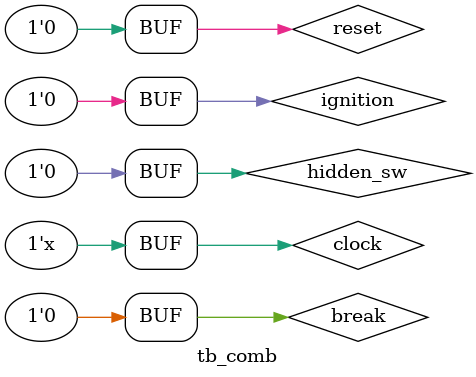
<source format=v>
`timescale 1ns/1ps

module tb_comb ();
reg clock;
reg reset;
reg break;
reg hidden_sw;
reg ignition;
wire fuel_pump;


logica_comb combustivel (
    .clock(clock),
    .reset(reset),
    .break(break),
    .hidden_sw(hidden_sw),
    .ignition(ignition),
    .fuel_pump(fuel_pump)
);

localparam PERIOD = 10;
always #(PERIOD/2) clock <= ~clock;

initial begin
    clock <= 1'b0;
    reset <= 1'b1;
    #PERIOD;
    reset <= 1'b0;
    #PERIOD;
    ignition <= 1'b1;
    #PERIOD;
    hidden_sw <= 1'b1;
    #PERIOD;
    break <= 1'b1;
    #PERIOD;
    hidden_sw <= 1'b0;
    break <= 1'b0;
    repeat (100) begin
        #PERIOD;
    end
    ignition <= 1'b0;
    repeat (10) begin
        #PERIOD;
    end
end

endmodule
</source>
